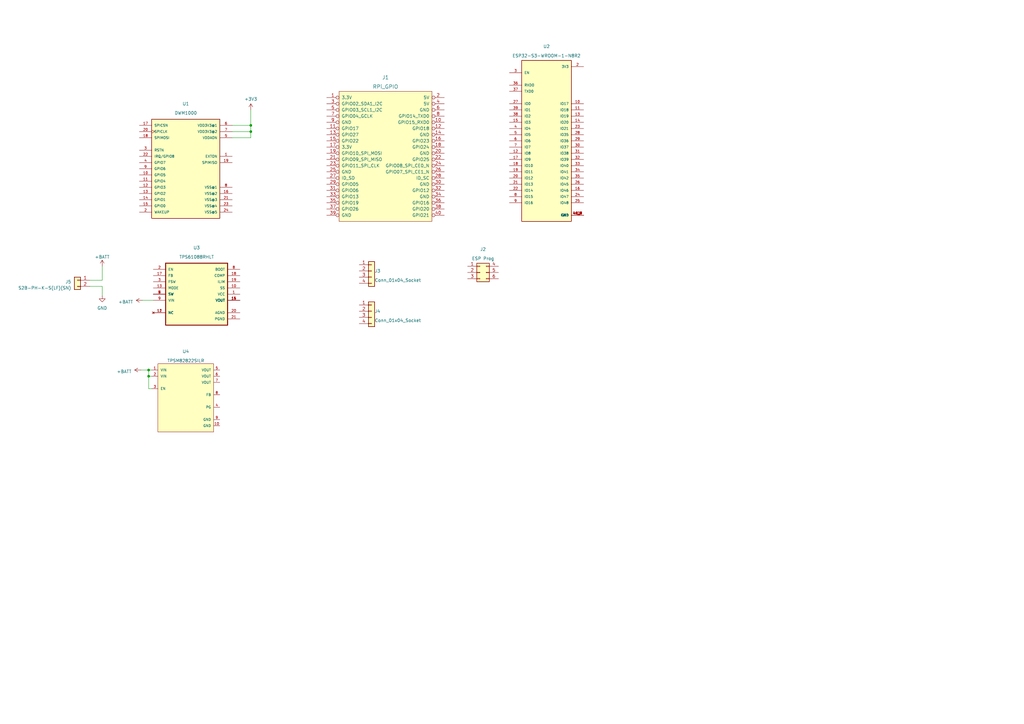
<source format=kicad_sch>
(kicad_sch (version 20230121) (generator eeschema)
  (paper "A3")
  (lib_symbols
    (symbol "Connector-ML:RPi_GPIO" (pin_names (offset 1.016))
      (property "Reference" "J1" (at 19.05 8.255 0))
      (property "Value" "RPi_GPIO" (at 19.05 4.445 0))
      (symbol "RPi_GPIO_1_1"
        (rectangle (start 0 2.54) (end 38.1 -50.8) (fill (type background)))
        (pin power_in inverted (at -5.08 0 0) (length 5.08) (name "3.3V") (number "1"))
        (pin bidirectional inverted (at 43.18 -10.16 180) (length 5.08) (name "GPIO15_RXD0") (number "10"))
        (pin bidirectional inverted (at -5.08 -12.7 0) (length 5.08) (name "GPIO17") (number "11"))
        (pin bidirectional inverted (at 43.18 -12.7 180) (length 5.08) (name "GPIO18") (number "12"))
        (pin bidirectional inverted (at -5.08 -15.24 0) (length 5.08) (name "GPIO27") (number "13"))
        (pin power_in inverted (at 43.18 -15.24 180) (length 5.08) (name "GND") (number "14"))
        (pin bidirectional inverted (at -5.08 -17.78 0) (length 5.08) (name "GPIO22") (number "15"))
        (pin bidirectional inverted (at 43.18 -17.78 180) (length 5.08) (name "GPIO23") (number "16"))
        (pin power_in inverted (at -5.08 -20.32 0) (length 5.08) (name "3.3V") (number "17"))
        (pin bidirectional inverted (at 43.18 -20.32 180) (length 5.08) (name "GPIO24") (number "18"))
        (pin bidirectional inverted (at -5.08 -22.86 0) (length 5.08) (name "GPIO10_SPI_MOSI") (number "19"))
        (pin power_in inverted (at 43.18 0 180) (length 5.08) (name "5V") (number "2"))
        (pin power_in inverted (at 43.18 -22.86 180) (length 5.08) (name "GND") (number "20"))
        (pin bidirectional inverted (at -5.08 -25.4 0) (length 5.08) (name "GPIO09_SPI_MISO") (number "21"))
        (pin bidirectional inverted (at 43.18 -25.4 180) (length 5.08) (name "GPIO25") (number "22"))
        (pin bidirectional inverted (at -5.08 -27.94 0) (length 5.08) (name "GPIO11_SPI_CLK") (number "23"))
        (pin bidirectional inverted (at 43.18 -27.94 180) (length 5.08) (name "GPIO08_SPI_CE0_N") (number "24"))
        (pin power_in inverted (at -5.08 -30.48 0) (length 5.08) (name "GND") (number "25"))
        (pin bidirectional inverted (at 43.18 -30.48 180) (length 5.08) (name "GPIO07_SPI_CE1_N") (number "26"))
        (pin bidirectional inverted (at -5.08 -33.02 0) (length 5.08) (name "ID_SD") (number "27"))
        (pin bidirectional inverted (at 43.18 -33.02 180) (length 5.08) (name "ID_SC") (number "28"))
        (pin bidirectional inverted (at -5.08 -35.56 0) (length 5.08) (name "GPIO05") (number "29"))
        (pin bidirectional inverted (at -5.08 -2.54 0) (length 5.08) (name "GPIO02_SDA1_I2C") (number "3"))
        (pin power_in inverted (at 43.18 -35.56 180) (length 5.08) (name "GND") (number "30"))
        (pin bidirectional inverted (at -5.08 -38.1 0) (length 5.08) (name "GPIO06") (number "31"))
        (pin bidirectional inverted (at 43.18 -38.1 180) (length 5.08) (name "GPIO12") (number "32"))
        (pin bidirectional inverted (at -5.08 -40.64 0) (length 5.08) (name "GPIO13") (number "33"))
        (pin power_in inverted (at 43.18 -40.64 180) (length 5.08) (name "GND") (number "34"))
        (pin bidirectional inverted (at -5.08 -43.18 0) (length 5.08) (name "GPIO19") (number "35"))
        (pin bidirectional inverted (at 43.18 -43.18 180) (length 5.08) (name "GPIO16") (number "36"))
        (pin bidirectional inverted (at -5.08 -45.72 0) (length 5.08) (name "GPIO26") (number "37"))
        (pin bidirectional inverted (at 43.18 -45.72 180) (length 5.08) (name "GPIO20") (number "38"))
        (pin power_in inverted (at -5.08 -48.26 0) (length 5.08) (name "GND") (number "39"))
        (pin power_in inverted (at 43.18 -2.54 180) (length 5.08) (name "5V") (number "4"))
        (pin bidirectional inverted (at 43.18 -48.26 180) (length 5.08) (name "GPIO21") (number "40"))
        (pin bidirectional inverted (at -5.08 -5.08 0) (length 5.08) (name "GPIO03_SCL1_I2C") (number "5"))
        (pin power_in inverted (at 43.18 -5.08 180) (length 5.08) (name "GND") (number "6"))
        (pin bidirectional inverted (at -5.08 -7.62 0) (length 5.08) (name "GPIO04_GCLK") (number "7"))
        (pin bidirectional inverted (at 43.18 -7.62 180) (length 5.08) (name "GPIO14_TXD0") (number "8"))
        (pin power_in inverted (at -5.08 -10.16 0) (length 5.08) (name "GND") (number "9"))
      )
    )
    (symbol "Connector_Generic:Conn_01x02" (pin_names (offset 1.016) hide)
      (property "Reference" "J" (at 0 2.54 0))
      (property "Value" "Conn_01x02" (at 0 -5.08 0))
      (symbol "Conn_01x02_1_1"
        (rectangle (start -1.27 -2.413) (end 0 -2.667) (stroke (width 0.1524)))
        (rectangle (start -1.27 0.127) (end 0 -0.127) (stroke (width 0.1524)))
        (rectangle (start -1.27 1.27) (end 1.27 -3.81) (stroke (width 0.254)) (fill (type background)))
        (pin passive line (at -5.08 0 0) (length 3.81) (name "Pin_1") (number "1"))
        (pin passive line (at -5.08 -2.54 0) (length 3.81) (name "Pin_2") (number "2"))
      )
    )
    (symbol "Connector_Generic:Conn_01x04" (pin_names (offset 1.016) hide)
      (property "Reference" "J" (at 0 5.08 0))
      (property "Value" "Conn_01x04" (at 0 -7.62 0))
      (symbol "Conn_01x04_1_1"
        (rectangle (start -1.27 -4.953) (end 0 -5.207) (stroke (width 0.1524)))
        (rectangle (start -1.27 -2.413) (end 0 -2.667) (stroke (width 0.1524)))
        (rectangle (start -1.27 0.127) (end 0 -0.127) (stroke (width 0.1524)))
        (rectangle (start -1.27 2.667) (end 0 2.413) (stroke (width 0.1524)))
        (rectangle (start -1.27 3.81) (end 1.27 -6.35) (stroke (width 0.254)) (fill (type background)))
        (pin passive line (at -5.08 2.54 0) (length 3.81) (name "Pin_1") (number "1"))
        (pin passive line (at -5.08 0 0) (length 3.81) (name "Pin_2") (number "2"))
        (pin passive line (at -5.08 -2.54 0) (length 3.81) (name "Pin_3") (number "3"))
        (pin passive line (at -5.08 -5.08 0) (length 3.81) (name "Pin_4") (number "4"))
      )
    )
    (symbol "Connector_Generic:Conn_02x03_Top_Bottom" (pin_names (offset 1.016) hide)
      (property "Reference" "J" (at 1.27 5.08 0))
      (property "Value" "Conn_02x03_Top_Bottom" (at 1.27 -5.08 0))
      (symbol "Conn_02x03_Top_Bottom_1_1"
        (rectangle (start -1.27 -2.413) (end 0 -2.667) (stroke (width 0.1524)))
        (rectangle (start -1.27 0.127) (end 0 -0.127) (stroke (width 0.1524)))
        (rectangle (start -1.27 2.667) (end 0 2.413) (stroke (width 0.1524)))
        (rectangle (start -1.27 3.81) (end 3.81 -3.81) (stroke (width 0.254)) (fill (type background)))
        (rectangle (start 3.81 -2.413) (end 2.54 -2.667) (stroke (width 0.1524)))
        (rectangle (start 3.81 0.127) (end 2.54 -0.127) (stroke (width 0.1524)))
        (rectangle (start 3.81 2.667) (end 2.54 2.413) (stroke (width 0.1524)))
        (pin passive line (at -5.08 2.54 0) (length 3.81) (name "Pin_1") (number "1"))
        (pin passive line (at -5.08 0 0) (length 3.81) (name "Pin_2") (number "2"))
        (pin passive line (at -5.08 -2.54 0) (length 3.81) (name "Pin_3") (number "3"))
        (pin passive line (at 7.62 2.54 180) (length 3.81) (name "Pin_4") (number "4"))
        (pin passive line (at 7.62 0 180) (length 3.81) (name "Pin_5") (number "5"))
        (pin passive line (at 7.62 -2.54 180) (length 3.81) (name "Pin_6") (number "6"))
      )
    )
    (symbol "DWM1000:DWM1000" (pin_names (offset 1.016))
      (property "Reference" "U" (at -12.7095 20.3352 0))
      (property "Value" "DWM1000" (at -12.7054 -22.8697 0))
      (symbol "DWM1000_0_0"
        (rectangle (start -12.7 -20.32) (end 15.24 20.32) (stroke (width 0.254)) (fill (type background)))
        (pin output line (at 20.32 5.08 180) (length 5.08) (name "EXTON") (number "1"))
        (pin bidirectional line (at -17.78 -2.54 0) (length 5.08) (name "GPIO5") (number "10"))
        (pin bidirectional line (at -17.78 -5.08 0) (length 5.08) (name "GPIO4") (number "11"))
        (pin bidirectional line (at -17.78 -7.62 0) (length 5.08) (name "GPIO3") (number "12"))
        (pin bidirectional line (at -17.78 -10.16 0) (length 5.08) (name "GPIO2") (number "13"))
        (pin bidirectional line (at -17.78 -12.7 0) (length 5.08) (name "GPIO1") (number "14"))
        (pin bidirectional line (at -17.78 -15.24 0) (length 5.08) (name "GPIO0") (number "15"))
        (pin power_in line (at 20.32 -10.16 180) (length 5.08) (name "VSS@2") (number "16"))
        (pin input line (at -17.78 17.78 0) (length 5.08) (name "SPICSN") (number "17"))
        (pin input line (at -17.78 12.7 0) (length 5.08) (name "SPIMOSI") (number "18"))
        (pin output line (at 20.32 2.54 180) (length 5.08) (name "SPIMISO") (number "19"))
        (pin bidirectional line (at -17.78 -17.78 0) (length 5.08) (name "WAKEUP") (number "2"))
        (pin input clock (at -17.78 15.24 0) (length 5.08) (name "SPICLK") (number "20"))
        (pin power_in line (at 20.32 -12.7 180) (length 5.08) (name "VSS@3") (number "21"))
        (pin bidirectional line (at -17.78 5.08 0) (length 5.08) (name "IRQ/GPIO8") (number "22"))
        (pin power_in line (at 20.32 -15.24 180) (length 5.08) (name "VSS@4") (number "23"))
        (pin power_in line (at 20.32 -17.78 180) (length 5.08) (name "VSS@5") (number "24"))
        (pin bidirectional line (at -17.78 7.62 0) (length 5.08) (name "RSTN") (number "3"))
        (pin bidirectional line (at -17.78 2.54 0) (length 5.08) (name "GPIO7") (number "4"))
        (pin power_in line (at 20.32 12.7 180) (length 5.08) (name "VDDAON") (number "5"))
        (pin power_in line (at 20.32 17.78 180) (length 5.08) (name "VDD3V3@1") (number "6"))
        (pin power_in line (at 20.32 15.24 180) (length 5.08) (name "VDD3V3@2") (number "7"))
        (pin power_in line (at 20.32 -7.62 180) (length 5.08) (name "VSS@1") (number "8"))
        (pin bidirectional line (at -17.78 0 0) (length 5.08) (name "GPIO6") (number "9"))
      )
    )
    (symbol "ESP32-S3-WROOM-1-N8R2:ESP32-S3-WROOM-1-N8R2" (pin_names (offset 1.016))
      (property "Reference" "U" (at -10.16 34.1122 0))
      (property "Value" "ESP32-S3-WROOM-1-N8R2" (at -10.16 -35.56 0))
      (symbol "ESP32-S3-WROOM-1-N8R2_0_0"
        (rectangle (start -10.16 -33.02) (end 10.16 33.02) (stroke (width 0.254)) (fill (type background)))
        (pin power_in line (at 15.24 -30.48 180) (length 5.08) (name "GND") (number "1"))
        (pin bidirectional line (at 15.24 15.24 180) (length 5.08) (name "IO17") (number "10"))
        (pin bidirectional line (at 15.24 12.7 180) (length 5.08) (name "IO18") (number "11"))
        (pin bidirectional line (at -15.24 -5.08 0) (length 5.08) (name "IO8") (number "12"))
        (pin bidirectional line (at 15.24 10.16 180) (length 5.08) (name "IO19") (number "13"))
        (pin bidirectional line (at 15.24 7.62 180) (length 5.08) (name "IO20") (number "14"))
        (pin bidirectional line (at -15.24 7.62 0) (length 5.08) (name "IO3") (number "15"))
        (pin bidirectional line (at 15.24 -20.32 180) (length 5.08) (name "IO46") (number "16"))
        (pin bidirectional line (at -15.24 -7.62 0) (length 5.08) (name "IO9") (number "17"))
        (pin bidirectional line (at -15.24 -10.16 0) (length 5.08) (name "IO10") (number "18"))
        (pin bidirectional line (at -15.24 -12.7 0) (length 5.08) (name "IO11") (number "19"))
        (pin power_in line (at 15.24 30.48 180) (length 5.08) (name "3V3") (number "2"))
        (pin bidirectional line (at -15.24 -15.24 0) (length 5.08) (name "IO12") (number "20"))
        (pin bidirectional line (at -15.24 -17.78 0) (length 5.08) (name "IO13") (number "21"))
        (pin bidirectional line (at -15.24 -20.32 0) (length 5.08) (name "IO14") (number "22"))
        (pin bidirectional line (at 15.24 5.08 180) (length 5.08) (name "IO21") (number "23"))
        (pin bidirectional line (at 15.24 -22.86 180) (length 5.08) (name "IO47") (number "24"))
        (pin bidirectional line (at 15.24 -25.4 180) (length 5.08) (name "IO48") (number "25"))
        (pin bidirectional line (at 15.24 -17.78 180) (length 5.08) (name "IO45") (number "26"))
        (pin bidirectional line (at -15.24 15.24 0) (length 5.08) (name "IO0") (number "27"))
        (pin bidirectional line (at 15.24 2.54 180) (length 5.08) (name "IO35") (number "28"))
        (pin bidirectional line (at 15.24 0 180) (length 5.08) (name "IO36") (number "29"))
        (pin input line (at -15.24 27.94 0) (length 5.08) (name "EN") (number "3"))
        (pin bidirectional line (at 15.24 -2.54 180) (length 5.08) (name "IO37") (number "30"))
        (pin bidirectional line (at 15.24 -5.08 180) (length 5.08) (name "IO38") (number "31"))
        (pin bidirectional line (at 15.24 -7.62 180) (length 5.08) (name "IO39") (number "32"))
        (pin bidirectional line (at 15.24 -10.16 180) (length 5.08) (name "IO40") (number "33"))
        (pin bidirectional line (at 15.24 -12.7 180) (length 5.08) (name "IO41") (number "34"))
        (pin bidirectional line (at 15.24 -15.24 180) (length 5.08) (name "IO42") (number "35"))
        (pin bidirectional line (at -15.24 22.86 0) (length 5.08) (name "RXD0") (number "36"))
        (pin bidirectional line (at -15.24 20.32 0) (length 5.08) (name "TXD0") (number "37"))
        (pin bidirectional line (at -15.24 10.16 0) (length 5.08) (name "IO2") (number "38"))
        (pin bidirectional line (at -15.24 12.7 0) (length 5.08) (name "IO1") (number "39"))
        (pin bidirectional line (at -15.24 5.08 0) (length 5.08) (name "IO4") (number "4"))
        (pin power_in line (at 15.24 -30.48 180) (length 5.08) (name "GND") (number "40"))
        (pin power_in line (at 15.24 -30.48 180) (length 5.08) (name "GND") (number "41_1"))
        (pin power_in line (at 15.24 -30.48 180) (length 5.08) (name "GND") (number "41_2"))
        (pin power_in line (at 15.24 -30.48 180) (length 5.08) (name "GND") (number "41_3"))
        (pin power_in line (at 15.24 -30.48 180) (length 5.08) (name "GND") (number "41_4"))
        (pin power_in line (at 15.24 -30.48 180) (length 5.08) (name "GND") (number "41_5"))
        (pin power_in line (at 15.24 -30.48 180) (length 5.08) (name "GND") (number "41_6"))
        (pin power_in line (at 15.24 -30.48 180) (length 5.08) (name "GND") (number "41_7"))
        (pin power_in line (at 15.24 -30.48 180) (length 5.08) (name "GND") (number "41_8"))
        (pin power_in line (at 15.24 -30.48 180) (length 5.08) (name "GND") (number "41_9"))
        (pin bidirectional line (at -15.24 2.54 0) (length 5.08) (name "IO5") (number "5"))
        (pin bidirectional line (at -15.24 0 0) (length 5.08) (name "IO6") (number "6"))
        (pin bidirectional line (at -15.24 -2.54 0) (length 5.08) (name "IO7") (number "7"))
        (pin bidirectional line (at -15.24 -22.86 0) (length 5.08) (name "IO15") (number "8"))
        (pin bidirectional line (at -15.24 -25.4 0) (length 5.08) (name "IO16") (number "9"))
      )
    )
    (symbol "TPS61088RHLT:TPS61088RHLT" (pin_names (offset 1.016))
      (property "Reference" "U" (at -12.7 13.7 0))
      (property "Value" "TPS61088RHLT" (at -12.7 -16.7 0))
      (symbol "TPS61088RHLT_0_0"
        (rectangle (start -12.7 -12.7) (end 12.7 12.7) (stroke (width 0.41)) (fill (type background)))
        (pin output line (at 17.78 0 180) (length 5.08) (name "VCC") (number "1"))
        (pin output line (at 17.78 2.54 180) (length 5.08) (name "SS") (number "10"))
        (pin no_connect line (at -17.78 -7.62 0) (length 5.08) (name "NC") (number "11"))
        (pin no_connect line (at -17.78 -7.62 0) (length 5.08) (name "NC") (number "12"))
        (pin input line (at -17.78 2.54 0) (length 5.08) (name "MODE") (number "13"))
        (pin output line (at 17.78 -2.54 180) (length 5.08) (name "VOUT") (number "14"))
        (pin output line (at 17.78 -2.54 180) (length 5.08) (name "VOUT") (number "15"))
        (pin output line (at 17.78 -2.54 180) (length 5.08) (name "VOUT") (number "16"))
        (pin input line (at -17.78 7.62 0) (length 5.08) (name "FB") (number "17"))
        (pin output line (at 17.78 7.62 180) (length 5.08) (name "COMP") (number "18"))
        (pin output line (at 17.78 5.08 180) (length 5.08) (name "ILIM") (number "19"))
        (pin input line (at -17.78 10.16 0) (length 5.08) (name "EN") (number "2"))
        (pin power_in line (at 17.78 -7.62 180) (length 5.08) (name "AGND") (number "20"))
        (pin power_in line (at 17.78 -10.16 180) (length 5.08) (name "PGND") (number "21"))
        (pin input line (at -17.78 5.08 0) (length 5.08) (name "FSW") (number "3"))
        (pin input line (at -17.78 0 0) (length 5.08) (name "SW") (number "4"))
        (pin input line (at -17.78 0 0) (length 5.08) (name "SW") (number "5"))
        (pin input line (at -17.78 0 0) (length 5.08) (name "SW") (number "6"))
        (pin input line (at -17.78 0 0) (length 5.08) (name "SW") (number "7"))
        (pin output line (at 17.78 10.16 180) (length 5.08) (name "BOOT") (number "8"))
        (pin input line (at -17.78 -2.54 0) (length 5.08) (name "VIN") (number "9"))
      )
    )
    (symbol "Texas_Instruments-SIL0010D-0-0-MFG:TPSM82822SILR" (pin_names (offset 1.016))
      (property "Reference" "U" (at 0 5.08 0))
      (property "Value" "TPSM82822SILR" (at 0 7.62 0))
      (symbol "TPSM82822SILR_1_1"
        (rectangle (start 5.08 2.54) (end 27.94 -25.4) (fill (type background)))
        (pin power_in line (at 2.54 0 0) (length 2.54) (name "VIN") (number "1"))
        (pin power_in line (at 30.48 -22.86 180) (length 2.54) (name "GND") (number "10"))
        (pin power_in line (at 2.54 -2.54 0) (length 2.54) (name "VIN") (number "2"))
        (pin input line (at 2.54 -7.62 0) (length 2.54) (name "EN") (number "3"))
        (pin open_collector line (at 30.48 -15.24 180) (length 2.54) (name "PG") (number "4"))
        (pin passive line (at 30.48 0 180) (length 2.54) (name "VOUT") (number "5"))
        (pin passive line (at 30.48 -2.54 180) (length 2.54) (name "VOUT") (number "6"))
        (pin passive line (at 30.48 -5.08 180) (length 2.54) (name "VOUT") (number "7"))
        (pin input line (at 30.48 -10.16 180) (length 2.54) (name "FB") (number "8"))
        (pin power_in line (at 30.48 -20.32 180) (length 2.54) (name "GND") (number "9"))
      )
    )
    (symbol "power:+3V3" (power) (pin_names (offset 0))
      (property "Value" "+3V3" (at 0 3.556 0))
      (symbol "+3V3_0_1"
        (polyline (pts (xy -0.762 1.27) (xy 0 2.54)))
        (polyline (pts (xy 0 0) (xy 0 2.54)))
        (polyline (pts (xy 0 2.54) (xy 0.762 1.27)))
      )
      (symbol "+3V3_1_1"
        (pin power_in line (at 0 0 90) (length 0) hide (name "+3V3") (number "1"))
      )
    )
    (symbol "power:+BATT" (power) (pin_names (offset 0))
      (property "Value" "+BATT" (at 0 3.556 0))
      (symbol "+BATT_0_1"
        (polyline (pts (xy -0.762 1.27) (xy 0 2.54)))
        (polyline (pts (xy 0 0) (xy 0 2.54)))
        (polyline (pts (xy 0 2.54) (xy 0.762 1.27)))
      )
      (symbol "+BATT_1_1"
        (pin power_in line (at 0 0 90) (length 0) hide (name "+BATT") (number "1"))
      )
    )
    (symbol "power:GND" (power) (pin_names (offset 0))
      (property "Value" "GND" (at 0 -3.81 0))
      (symbol "GND_0_1"
        (polyline (pts (xy 0 0) (xy 0 -1.27) (xy 1.27 -1.27) (xy 0 -2.54) (xy -1.27 -1.27) (xy 0 -1.27)))
      )
      (symbol "GND_1_1"
        (pin power_in line (at 0 0 270) (length 0) hide (name "GND") (number "1"))
      )
    )
  )
  (junction (at 60.96 151.765))
  (junction (at 102.87 51.435))
  (junction (at 102.87 53.975))
  (junction (at 60.96 154.305))
  (wire (pts (xy 95.25 51.435) (xy 102.87 51.435)))
  (wire (pts (xy 62.23 159.385) (xy 60.96 159.385)))
  (wire (pts (xy 60.96 159.385) (xy 60.96 154.305)))
  (wire (pts (xy 95.25 53.975) (xy 102.87 53.975)))
  (wire (pts (xy 36.83 117.475) (xy 41.91 117.475)))
  (wire (pts (xy 57.785 151.765) (xy 60.96 151.765)))
  (wire (pts (xy 60.96 151.765) (xy 62.23 151.765)))
  (wire (pts (xy 62.865 123.19) (xy 58.42 123.19)))
  (wire (pts (xy 41.91 114.935) (xy 36.83 114.935)))
  (wire (pts (xy 62.23 154.305) (xy 60.96 154.305)))
  (wire (pts (xy 60.96 154.305) (xy 60.96 151.765)))
  (wire (pts (xy 41.91 109.22) (xy 41.91 114.935)))
  (wire (pts (xy 102.87 45.085) (xy 102.87 51.435)))
  (wire (pts (xy 95.25 56.515) (xy 102.87 56.515)))
  (wire (pts (xy 102.87 56.515) (xy 102.87 53.975)))
  (wire (pts (xy 102.87 51.435) (xy 102.87 53.975)))
  (wire (pts (xy 41.91 117.475) (xy 41.91 121.285)))
  (symbol (lib_id "power:GND") (at 41.91 121.285 0) (unit 1)
    (property "Reference" "#PWR02" (effects hide))
    (property "Value" "GND" (at 41.91 126.365 0))
  )
  (symbol (lib_id "Connector_Generic:Conn_01x04") (at 152.4 111.125 0) (unit 1)
    (property "Reference" "J3" (at 153.67 111.125 0) (effects (justify left)))
    (property "Value" "Conn_01x04_Socket" (at 153.67 114.935 0) (effects (justify left)))
    (property "Footprint" "Connector_PinSocket_2.54mm:PinSocket_1x04_P2.54mm_Vertical" (effects hide))
  )
  (symbol (lib_id "power:+BATT") (at 58.42 123.19 90) (unit 1)
    (property "Reference" "#PWR04" (effects hide))
    (property "Value" "+BATT" (at 54.61 123.825 90) (effects (justify left)))
  )
  (symbol (lib_id "Connector_Generic:Conn_01x04") (at 152.4 127.635 0) (unit 1)
    (property "Reference" "J4" (at 153.67 127.635 0) (effects (justify left)))
    (property "Value" "Conn_01x04_Socket" (at 153.67 131.445 0) (effects (justify left)))
    (property "Footprint" "Connector_PinSocket_2.54mm:PinSocket_1x04_P2.54mm_Vertical" (effects hide))
  )
  (symbol (lib_id "Connector_Generic:Conn_02x03_Top_Bottom") (at 196.85 111.76 0) (unit 1)
    (property "Reference" "J2" (at 198.12 102.235 0))
    (property "Value" "ESP Prog" (at 198.12 106.045 0))
    (property "Footprint" "Connector_PinHeader_1.27mm:PinHeader_2x03_P1.27mm_Vertical_SMD" (effects hide))
  )
  (symbol (lib_id "TPS61088RHLT:TPS61088RHLT") (at 80.645 120.65 0) (unit 1)
    (property "Reference" "U3" (at 80.645 101.6 0))
    (property "Value" "TPS61088RHLT" (at 80.645 105.41 0))
    (property "Footprint" "IC_MSP430FR2522IRHLR:IC_MSP430FR2522IRHLR" (effects hide))
    (property "MF" "Texas Instruments" (effects hide))
    (property "MAXIMUM_PACKAGE_HEIGHT" "1.00mm" (effects hide))
    (property "Package" "VQFN-20 Texas Instruments" (effects hide))
    (property "Price" "None" (effects hide))
    (property "Check_prices" "https://www.snapeda.com/parts/TPS61088RHLT/Texas+Instruments/view-part/?ref=eda" (effects hide))
    (property "STANDARD" "Manufacturer Recommendations" (effects hide))
    (property "PARTREV" "August 2021" (effects hide))
    (property "SnapEDA_Link" "https://www.snapeda.com/parts/TPS61088RHLT/Texas+Instruments/view-part/?ref=snap" (effects hide))
    (property "MP" "TPS61088RHLT" (effects hide))
    (property "Purchase-URL" "https://www.snapeda.com/api/url_track_click_mouser/?unipart_id=229886&manufacturer=Texas Instruments&part_name=TPS61088RHLT&search_term=None" (effects hide))
    (property "Description" "\n10-A Fully-Integrated Synchronous Boost Converter\n" (effects hide))
    (property "SNAPEDA_PN" "TPS61088RHLT" (effects hide))
    (property "Availability" "In Stock" (effects hide))
    (property "MANUFACTURER" "Texas Instruments" (effects hide))
  )
  (symbol (lib_id "power:+BATT") (at 41.91 109.22 0) (unit 1)
    (property "Reference" "#PWR03" (effects hide))
    (property "Value" "+BATT" (at 41.91 105.41 0))
  )
  (symbol (lib_id "power:+3V3") (at 102.87 45.085 0) (unit 1)
    (property "Reference" "#PWR01" (effects hide))
    (property "Value" "+3V3" (at 102.87 40.64 0))
  )
  (symbol (lib_id "ESP32-S3-WROOM-1-N8R2:ESP32-S3-WROOM-1-N8R2") (at 224.155 57.785 0) (unit 1)
    (property "Reference" "U2" (at 224.155 19.05 0))
    (property "Value" "ESP32-S3-WROOM-1-N8R2" (at 224.155 22.86 0))
    (property "Footprint" "XCVR_ESP32-S3-WROOM-1-N8R2:XCVR_ESP32-S3-WROOM-1-N8R2" (effects hide))
    (property "MF" "Espressif Systems" (effects hide))
    (property "MAXIMUM_PACKAGE_HEIGHT" "3.25mm" (effects hide))
    (property "Package" "NON STANDARD Espressif Systems" (effects hide))
    (property "Price" "None" (effects hide))
    (property "Check_prices" "https://www.snapeda.com/parts/ESP32-S3-WROOM-1-N8R2/Espressif+Systems/view-part/?ref=eda" (effects hide))
    (property "STANDARD" "Manufacturer Recommendations" (effects hide))
    (property "PARTREV" "v1.0" (effects hide))
    (property "SnapEDA_Link" "https://www.snapeda.com/parts/ESP32-S3-WROOM-1-N8R2/Espressif+Systems/view-part/?ref=snap" (effects hide))
    (property "MP" "ESP32-S3-WROOM-1-N8R2" (effects hide))
    (property "Purchase-URL" "https://www.snapeda.com/api/url_track_click_mouser/?unipart_id=6942457&manufacturer=Espressif Systems&part_name=ESP32-S3-WROOM-1-N8R2&search_term=esp32" (effects hide))
    (property "Description" "\nWiFi 802.11a/b/g/n, Bluetooth v5.0 Transceiver Module 2.4GHz Antenna Not Included -\n" (effects hide))
    (property "Availability" "In Stock" (effects hide))
    (property "MANUFACTURER" "Espressif" (effects hide))
  )
  (symbol (lib_id "Connector_Generic:Conn_01x02") (at 31.75 114.935 0) (mirror y) (unit 1)
    (property "Reference" "J5" (at 29.21 115.57 0) (effects (justify left)))
    (property "Value" "S2B-PH-K-S(LF)(SN)" (at 29.21 118.11 0) (effects (justify left)))
    (property "Footprint" "Connector_JST:JST_PH_S2B-PH-K_1x02_P2.00mm_Horizontal" (effects hide))
    (property "LCSC Part Number" "C173752" (effects hide))
  )
  (symbol (lib_id "power:+BATT") (at 57.785 151.765 90) (unit 1)
    (property "Reference" "#PWR05" (effects hide))
    (property "Value" "+BATT" (at 53.975 152.4 90) (effects (justify left)))
  )
  (symbol (lib_id "Connector-ML:RPi_GPIO") (at 139.065 40.005 0) (unit 1)
    (property "Reference" "J1" (at 158.115 31.75 0) (effects (font (size 1.524 1.524))))
    (property "Value" "RPi_GPIO" (at 158.115 35.56 0) (effects (font (size 1.524 1.524))))
    (property "Footprint" "Connector_PinSocket_2.54mm:PinSocket_2x20_P2.54mm_Vertical" (effects hide))
  )
  (symbol (lib_id "DWM1000:DWM1000") (at 74.93 69.215 0) (unit 1)
    (property "Reference" "U1" (at 76.2 42.545 0))
    (property "Value" "DWM1000" (at 76.2 46.355 0))
    (property "Footprint" "XCVR_DWM1000:XCVR_DWM1000" (effects hide))
    (property "MF" "Decawave Limited" (effects hide))
    (property "Description" "\n802.15.4 IR-UWB Transceiver Module 3.5GHz ~ 6.5GHz Integrated, Chip Surface Mount\n" (effects hide))
    (property "Package" "Module Decawave" (effects hide))
    (property "Price" "None" (effects hide))
    (property "Check_prices" "https://www.snapeda.com/parts/DWM1000/Decawave+Limited/view-part/?ref=eda" (effects hide))
    (property "SnapEDA_Link" "https://www.snapeda.com/parts/DWM1000/Decawave+Limited/view-part/?ref=snap" (effects hide))
    (property "MP" "DWM1000" (effects hide))
    (property "Availability" "In Stock" (effects hide))
    (property "MANUFACTURER" "Decawave" (effects hide))
  )
  (symbol (lib_id "Texas_Instruments-SIL0010D-0-0-MFG:TPSM82822SILR") (at 59.69 151.765 0) (unit 1)
    (property "Reference" "U4" (at 76.2 144.145 0))
    (property "Value" "TPSM82822SILR" (at 76.2 147.955 0))
    (property "Footprint" "Texas_Instruments-SIL0010D-0-0-MFG:Texas_Instruments-SIL0010D-0-0-MFG" (effects hide))
    (property "Datasheet" "https://www.ti.com/lit/ds/symlink/tpsm82822.pdf?ts=1614888872474" (effects hide))
    (property "automotive" "No" (effects hide))
    (property "category" "IC" (effects hide))
    (property "device class L1" "Integrated Circuits (ICs)" (effects hide))
    (property "device class L2" "Power Management ICs" (effects hide))
    (property "device class L3" "Voltage Regulators - Switching" (effects hide))
    (property "digikey description" "5.5-V INPUT, 2-A STEP-DOWN MODUL" (effects hide))
    (property "digikey part number" "296-TPSM82822SILRCT-ND" (effects hide))
    (property "height" "1.1mm" (effects hide))
    (property "lead free" "Yes" (effects hide))
    (property "library id" "2e18c23798dbb3b0" (effects hide))
    (property "manufacturer" "Texas Instruments" (effects hide))
    (property "max duty cycle" "100%" (effects hide))
    (property "max junction temp" "+125°C" (effects hide))
    (property "max supply voltage" "5.5V" (effects hide))
    (property "min supply voltage" "2.4V" (effects hide))
    (property "mouser part number" "595-TPSM82822SILR" (effects hide))
    (property "nominal supply current" "4uA" (effects hide))
    (property "number of outputs" "1" (effects hide))
    (property "output current" "2A" (effects hide))
    (property "output type" "AdjustableProgrammable" (effects hide))
    (property "output voltage" "0.6-4V" (effects hide))
    (property "package" "uSIP10" (effects hide))
    (property "rohs" "Yes" (effects hide))
    (property "switching frequency" "4MHz" (effects hide))
    (property "switching topology" "Buck" (effects hide))
    (property "temperature range high" "+125°C" (effects hide))
    (property "temperature range low" "-40°C" (effects hide))
  )
)
</source>
